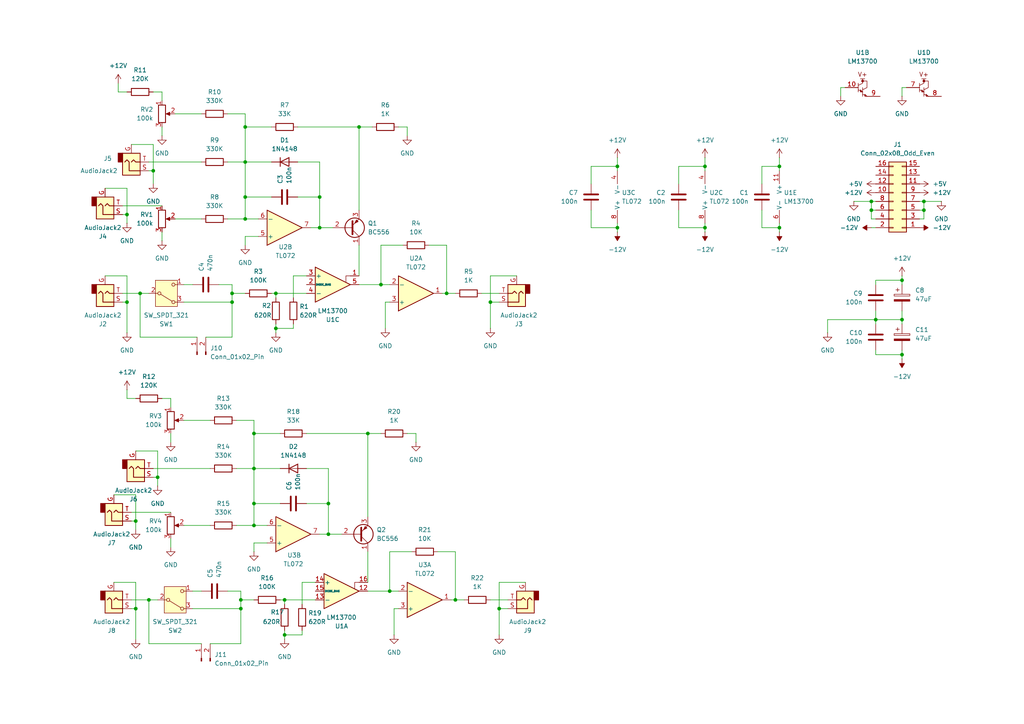
<source format=kicad_sch>
(kicad_sch (version 20250114) (generator "eeschema") (generator_version "9.0")
  (paper "A4")
  (junction (at 113.03 171.45))
  (junction (at 82.55 173.99))
  (junction (at 40.64 85.09))
  (junction (at 80.01 95.25))
  (junction (at 73.66 135.89))
  (junction (at 261.62 102.87))
  (junction (at 95.25 146.05))
  (junction (at 73.66 152.4))
  (junction (at 92.71 57.15))
  (junction (at 267.97 60.96))
  (junction (at 254 92.71))
  (junction (at 252.73 58.42))
  (junction (at 73.66 146.05))
  (junction (at 104.14 36.83))
  (junction (at 261.62 92.71))
  (junction (at 73.66 125.73))
  (junction (at 261.62 81.28))
  (junction (at 71.12 36.83))
  (junction (at 67.31 85.09))
  (junction (at 179.07 66.04))
  (junction (at 132.08 173.99))
  (junction (at 71.12 46.99))
  (junction (at 45.72 138.43))
  (junction (at 252.73 60.96))
  (junction (at 179.07 48.26))
  (junction (at 129.54 85.09))
  (junction (at 204.47 48.26))
  (junction (at 204.47 66.04))
  (junction (at 44.45 49.53))
  (junction (at 106.68 125.73))
  (junction (at 110.49 82.55))
  (junction (at 226.06 48.26))
  (junction (at 67.31 87.63))
  (junction (at 92.71 66.04))
  (junction (at 142.24 87.63))
  (junction (at 226.06 66.04))
  (junction (at 69.85 173.99))
  (junction (at 39.37 176.53))
  (junction (at 267.97 58.42))
  (junction (at 69.85 176.53))
  (junction (at 82.55 184.15))
  (junction (at 36.83 87.63))
  (junction (at 43.18 173.99))
  (junction (at 144.78 176.53))
  (junction (at 95.25 154.94))
  (junction (at 36.83 62.23))
  (junction (at 80.01 85.09))
  (junction (at 71.12 63.5))
  (junction (at 71.12 57.15))
  (junction (at 39.37 151.13))
  (wire (pts (xy 36.83 113.03) (xy 36.83 115.57)))
  (wire (pts (xy 196.85 60.96) (xy 196.85 66.04)))
  (wire (pts (xy 88.9 80.01) (xy 85.09 80.01)))
  (wire (pts (xy 53.34 152.4) (xy 60.96 152.4)))
  (wire (pts (xy 92.71 154.94) (xy 95.25 154.94)))
  (wire (pts (xy 261.62 101.6) (xy 261.62 102.87)))
  (wire (pts (xy 266.7 63.5) (xy 267.97 63.5)))
  (wire (pts (xy 36.83 115.57) (xy 39.37 115.57)))
  (wire (pts (xy 226.06 67.31) (xy 226.06 66.04)))
  (wire (pts (xy 261.62 102.87) (xy 261.62 104.14)))
  (wire (pts (xy 240.03 92.71) (xy 254 92.71)))
  (wire (pts (xy 74.93 68.58) (xy 71.12 68.58)))
  (wire (pts (xy 68.58 121.92) (xy 73.66 121.92)))
  (wire (pts (xy 46.99 26.67) (xy 46.99 29.21)))
  (wire (pts (xy 252.73 60.96) (xy 252.73 63.5)))
  (wire (pts (xy 67.31 85.09) (xy 71.12 85.09)))
  (wire (pts (xy 142.24 87.63) (xy 142.24 95.25)))
  (wire (pts (xy 85.09 80.01) (xy 85.09 86.36)))
  (wire (pts (xy 80.01 95.25) (xy 80.01 93.98)))
  (wire (pts (xy 114.3 176.53) (xy 114.3 184.15)))
  (wire (pts (xy 204.47 64.77) (xy 204.47 66.04)))
  (wire (pts (xy 129.54 71.12) (xy 129.54 85.09)))
  (wire (pts (xy 55.88 176.53) (xy 69.85 176.53)))
  (wire (pts (xy 139.7 85.09) (xy 144.78 85.09)))
  (wire (pts (xy 171.45 66.04) (xy 179.07 66.04)))
  (wire (pts (xy 118.11 39.37) (xy 118.11 36.83)))
  (wire (pts (xy 267.97 63.5) (xy 267.97 60.96)))
  (wire (pts (xy 39.37 130.81) (xy 45.72 130.81)))
  (wire (pts (xy 247.65 58.42) (xy 252.73 58.42)))
  (wire (pts (xy 69.85 173.99) (xy 73.66 173.99)))
  (wire (pts (xy 73.66 121.92) (xy 73.66 125.73)))
  (wire (pts (xy 36.83 87.63) (xy 35.56 87.63)))
  (wire (pts (xy 254 58.42) (xy 252.73 58.42)))
  (wire (pts (xy 144.78 176.53) (xy 144.78 184.15)))
  (wire (pts (xy 120.65 128.27) (xy 120.65 125.73)))
  (wire (pts (xy 71.12 63.5) (xy 71.12 57.15)))
  (wire (pts (xy 220.98 66.04) (xy 226.06 66.04)))
  (wire (pts (xy 69.85 171.45) (xy 69.85 173.99)))
  (wire (pts (xy 262.89 25.4) (xy 261.62 25.4)))
  (wire (pts (xy 60.96 186.69) (xy 69.85 186.69)))
  (wire (pts (xy 69.85 186.69) (xy 69.85 176.53)))
  (wire (pts (xy 86.36 46.99) (xy 92.71 46.99)))
  (wire (pts (xy 81.28 125.73) (xy 73.66 125.73)))
  (wire (pts (xy 106.68 168.91) (xy 106.68 160.02)))
  (wire (pts (xy 34.29 26.67) (xy 36.83 26.67)))
  (wire (pts (xy 85.09 95.25) (xy 80.01 95.25)))
  (wire (pts (xy 39.37 185.42) (xy 39.37 176.53)))
  (wire (pts (xy 80.01 95.25) (xy 80.01 96.52)))
  (wire (pts (xy 88.9 135.89) (xy 95.25 135.89)))
  (wire (pts (xy 91.44 173.99) (xy 82.55 173.99)))
  (wire (pts (xy 87.63 182.88) (xy 87.63 184.15)))
  (wire (pts (xy 220.98 53.34) (xy 220.98 48.26)))
  (wire (pts (xy 39.37 143.51) (xy 39.37 151.13)))
  (wire (pts (xy 245.11 25.4) (xy 243.84 25.4)))
  (wire (pts (xy 196.85 48.26) (xy 204.47 48.26)))
  (wire (pts (xy 30.48 80.01) (xy 36.83 80.01)))
  (wire (pts (xy 171.45 48.26) (xy 179.07 48.26)))
  (wire (pts (xy 67.31 82.55) (xy 67.31 85.09)))
  (wire (pts (xy 44.45 138.43) (xy 45.72 138.43)))
  (wire (pts (xy 243.84 25.4) (xy 243.84 27.94)))
  (wire (pts (xy 36.83 80.01) (xy 36.83 87.63)))
  (wire (pts (xy 179.07 66.04) (xy 179.07 67.31)))
  (wire (pts (xy 88.9 146.05) (xy 95.25 146.05)))
  (wire (pts (xy 111.76 87.63) (xy 111.76 95.25)))
  (wire (pts (xy 40.64 97.79) (xy 40.64 85.09)))
  (wire (pts (xy 35.56 59.69) (xy 46.99 59.69)))
  (wire (pts (xy 104.14 36.83) (xy 107.95 36.83)))
  (wire (pts (xy 110.49 71.12) (xy 110.49 82.55)))
  (wire (pts (xy 115.57 176.53) (xy 114.3 176.53)))
  (wire (pts (xy 147.32 176.53) (xy 144.78 176.53)))
  (wire (pts (xy 43.18 46.99) (xy 58.42 46.99)))
  (wire (pts (xy 90.17 66.04) (xy 92.71 66.04)))
  (wire (pts (xy 33.02 168.91) (xy 39.37 168.91)))
  (wire (pts (xy 204.47 48.26) (xy 204.47 49.53)))
  (wire (pts (xy 144.78 87.63) (xy 142.24 87.63)))
  (wire (pts (xy 77.47 157.48) (xy 73.66 157.48)))
  (wire (pts (xy 33.02 143.51) (xy 39.37 143.51)))
  (wire (pts (xy 110.49 82.55) (xy 113.03 82.55)))
  (wire (pts (xy 73.66 152.4) (xy 73.66 146.05)))
  (wire (pts (xy 39.37 168.91) (xy 39.37 176.53)))
  (wire (pts (xy 261.62 81.28) (xy 254 81.28)))
  (wire (pts (xy 113.03 171.45) (xy 115.57 171.45)))
  (wire (pts (xy 53.34 82.55) (xy 55.88 82.55)))
  (wire (pts (xy 71.12 33.02) (xy 71.12 36.83)))
  (wire (pts (xy 116.84 71.12) (xy 110.49 71.12)))
  (wire (pts (xy 113.03 87.63) (xy 111.76 87.63)))
  (wire (pts (xy 252.73 60.96) (xy 254 60.96)))
  (wire (pts (xy 46.99 36.83) (xy 46.99 39.37)))
  (wire (pts (xy 95.25 154.94) (xy 99.06 154.94)))
  (wire (pts (xy 67.31 87.63) (xy 67.31 85.09)))
  (wire (pts (xy 44.45 41.91) (xy 44.45 49.53)))
  (wire (pts (xy 73.66 135.89) (xy 81.28 135.89)))
  (wire (pts (xy 88.9 85.09) (xy 80.01 85.09)))
  (wire (pts (xy 118.11 36.83) (xy 115.57 36.83)))
  (wire (pts (xy 132.08 173.99) (xy 134.62 173.99)))
  (wire (pts (xy 152.4 168.91) (xy 144.78 168.91)))
  (wire (pts (xy 86.36 36.83) (xy 104.14 36.83)))
  (wire (pts (xy 71.12 36.83) (xy 71.12 46.99)))
  (wire (pts (xy 86.36 57.15) (xy 92.71 57.15)))
  (wire (pts (xy 40.64 85.09) (xy 43.18 85.09)))
  (wire (pts (xy 226.06 48.26) (xy 226.06 49.53)))
  (wire (pts (xy 267.97 60.96) (xy 267.97 58.42)))
  (wire (pts (xy 171.45 60.96) (xy 171.45 66.04)))
  (wire (pts (xy 87.63 184.15) (xy 82.55 184.15)))
  (wire (pts (xy 104.14 80.01) (xy 104.14 71.12)))
  (wire (pts (xy 49.53 156.21) (xy 49.53 158.75)))
  (wire (pts (xy 55.88 171.45) (xy 58.42 171.45)))
  (wire (pts (xy 59.69 97.79) (xy 67.31 97.79)))
  (wire (pts (xy 196.85 66.04) (xy 204.47 66.04)))
  (wire (pts (xy 63.5 82.55) (xy 67.31 82.55)))
  (wire (pts (xy 35.56 62.23) (xy 36.83 62.23)))
  (wire (pts (xy 88.9 125.73) (xy 106.68 125.73)))
  (wire (pts (xy 46.99 115.57) (xy 49.53 115.57)))
  (wire (pts (xy 267.97 58.42) (xy 273.05 58.42)))
  (wire (pts (xy 81.28 173.99) (xy 82.55 173.99)))
  (wire (pts (xy 30.48 54.61) (xy 36.83 54.61)))
  (wire (pts (xy 254 92.71) (xy 261.62 92.71)))
  (wire (pts (xy 38.1 148.59) (xy 49.53 148.59)))
  (wire (pts (xy 53.34 87.63) (xy 67.31 87.63)))
  (wire (pts (xy 106.68 125.73) (xy 106.68 149.86)))
  (wire (pts (xy 71.12 46.99) (xy 78.74 46.99)))
  (wire (pts (xy 73.66 135.89) (xy 73.66 146.05)))
  (wire (pts (xy 46.99 67.31) (xy 46.99 69.85)))
  (wire (pts (xy 36.83 96.52) (xy 36.83 87.63)))
  (wire (pts (xy 120.65 125.73) (xy 118.11 125.73)))
  (wire (pts (xy 80.01 85.09) (xy 80.01 86.36)))
  (wire (pts (xy 78.74 85.09) (xy 80.01 85.09)))
  (wire (pts (xy 142.24 173.99) (xy 147.32 173.99)))
  (wire (pts (xy 39.37 176.53) (xy 38.1 176.53)))
  (wire (pts (xy 69.85 176.53) (xy 69.85 173.99)))
  (wire (pts (xy 78.74 36.83) (xy 71.12 36.83)))
  (wire (pts (xy 204.47 45.72) (xy 204.47 48.26)))
  (wire (pts (xy 77.47 152.4) (xy 73.66 152.4)))
  (wire (pts (xy 87.63 168.91) (xy 87.63 175.26)))
  (wire (pts (xy 38.1 41.91) (xy 44.45 41.91)))
  (wire (pts (xy 254 101.6) (xy 254 102.87)))
  (wire (pts (xy 58.42 186.69) (xy 43.18 186.69)))
  (wire (pts (xy 43.18 173.99) (xy 45.72 173.99)))
  (wire (pts (xy 266.7 60.96) (xy 267.97 60.96)))
  (wire (pts (xy 85.09 93.98) (xy 85.09 95.25)))
  (wire (pts (xy 39.37 151.13) (xy 39.37 153.67)))
  (wire (pts (xy 66.04 171.45) (xy 69.85 171.45)))
  (wire (pts (xy 49.53 115.57) (xy 49.53 118.11)))
  (wire (pts (xy 179.07 48.26) (xy 179.07 49.53)))
  (wire (pts (xy 53.34 121.92) (xy 60.96 121.92)))
  (wire (pts (xy 66.04 46.99) (xy 71.12 46.99)))
  (wire (pts (xy 119.38 160.02) (xy 113.03 160.02)))
  (wire (pts (xy 252.73 66.04) (xy 254 66.04)))
  (wire (pts (xy 50.8 63.5) (xy 58.42 63.5)))
  (wire (pts (xy 261.62 92.71) (xy 261.62 93.98)))
  (wire (pts (xy 149.86 80.01) (xy 142.24 80.01)))
  (wire (pts (xy 49.53 125.73) (xy 49.53 128.27)))
  (wire (pts (xy 226.06 66.04) (xy 226.06 64.77)))
  (wire (pts (xy 50.8 33.02) (xy 58.42 33.02)))
  (wire (pts (xy 45.72 130.81) (xy 45.72 138.43)))
  (wire (pts (xy 92.71 57.15) (xy 92.71 66.04)))
  (wire (pts (xy 92.71 46.99) (xy 92.71 57.15)))
  (wire (pts (xy 254 102.87) (xy 261.62 102.87)))
  (wire (pts (xy 179.07 45.72) (xy 179.07 48.26)))
  (wire (pts (xy 132.08 160.02) (xy 132.08 173.99)))
  (wire (pts (xy 129.54 85.09) (xy 128.27 85.09)))
  (wire (pts (xy 35.56 85.09) (xy 40.64 85.09)))
  (wire (pts (xy 34.29 24.13) (xy 34.29 26.67)))
  (wire (pts (xy 171.45 53.34) (xy 171.45 48.26)))
  (wire (pts (xy 73.66 146.05) (xy 81.28 146.05)))
  (wire (pts (xy 124.46 71.12) (xy 129.54 71.12)))
  (wire (pts (xy 68.58 135.89) (xy 73.66 135.89)))
  (wire (pts (xy 67.31 97.79) (xy 67.31 87.63)))
  (wire (pts (xy 68.58 152.4) (xy 73.66 152.4)))
  (wire (pts (xy 254 81.28) (xy 254 82.55)))
  (wire (pts (xy 266.7 58.42) (xy 267.97 58.42)))
  (wire (pts (xy 92.71 66.04) (xy 96.52 66.04)))
  (wire (pts (xy 113.03 160.02) (xy 113.03 171.45)))
  (wire (pts (xy 240.03 96.52) (xy 240.03 92.71)))
  (wire (pts (xy 226.06 45.72) (xy 226.06 48.26)))
  (wire (pts (xy 44.45 26.67) (xy 46.99 26.67)))
  (wire (pts (xy 204.47 66.04) (xy 204.47 67.31)))
  (wire (pts (xy 254 90.17) (xy 254 92.71)))
  (wire (pts (xy 43.18 49.53) (xy 44.45 49.53)))
  (wire (pts (xy 261.62 90.17) (xy 261.62 92.71)))
  (wire (pts (xy 43.18 186.69) (xy 43.18 173.99)))
  (wire (pts (xy 144.78 168.91) (xy 144.78 176.53)))
  (wire (pts (xy 44.45 135.89) (xy 60.96 135.89)))
  (wire (pts (xy 142.24 80.01) (xy 142.24 87.63)))
  (wire (pts (xy 36.83 54.61) (xy 36.83 62.23)))
  (wire (pts (xy 38.1 151.13) (xy 39.37 151.13)))
  (wire (pts (xy 44.45 49.53) (xy 44.45 53.34)))
  (wire (pts (xy 220.98 60.96) (xy 220.98 66.04)))
  (wire (pts (xy 82.55 173.99) (xy 82.55 175.26)))
  (wire (pts (xy 252.73 63.5) (xy 254 63.5)))
  (wire (pts (xy 261.62 81.28) (xy 261.62 82.55)))
  (wire (pts (xy 252.73 58.42) (xy 252.73 60.96)))
  (wire (pts (xy 73.66 125.73) (xy 73.66 135.89)))
  (wire (pts (xy 106.68 171.45) (xy 113.03 171.45)))
  (wire (pts (xy 179.07 64.77) (xy 179.07 66.04)))
  (wire (pts (xy 106.68 125.73) (xy 110.49 125.73)))
  (wire (pts (xy 66.04 63.5) (xy 71.12 63.5)))
  (wire (pts (xy 73.66 157.48) (xy 73.66 160.02)))
  (wire (pts (xy 45.72 138.43) (xy 45.72 140.97)))
  (wire (pts (xy 220.98 48.26) (xy 226.06 48.26)))
  (wire (pts (xy 104.14 82.55) (xy 110.49 82.55)))
  (wire (pts (xy 82.55 184.15) (xy 82.55 182.88)))
  (wire (pts (xy 261.62 25.4) (xy 261.62 27.94)))
  (wire (pts (xy 129.54 85.09) (xy 132.08 85.09)))
  (wire (pts (xy 82.55 184.15) (xy 82.55 185.42)))
  (wire (pts (xy 254 92.71) (xy 254 93.98)))
  (wire (pts (xy 38.1 173.99) (xy 43.18 173.99)))
  (wire (pts (xy 95.25 146.05) (xy 95.25 154.94)))
  (wire (pts (xy 66.04 33.02) (xy 71.12 33.02)))
  (wire (pts (xy 261.62 80.01) (xy 261.62 81.28)))
  (wire (pts (xy 71.12 57.15) (xy 78.74 57.15)))
  (wire (pts (xy 127 160.02) (xy 132.08 160.02)))
  (wire (pts (xy 91.44 168.91) (xy 87.63 168.91)))
  (wire (pts (xy 104.14 36.83) (xy 104.14 60.96)))
  (wire (pts (xy 196.85 53.34) (xy 196.85 48.26)))
  (wire (pts (xy 71.12 68.58) (xy 71.12 71.12)))
  (wire (pts (xy 36.83 62.23) (xy 36.83 64.77)))
  (wire (pts (xy 71.12 46.99) (xy 71.12 57.15)))
  (wire (pts (xy 57.15 97.79) (xy 40.64 97.79)))
  (wire (pts (xy 132.08 173.99) (xy 130.81 173.99)))
  (wire (pts (xy 74.93 63.5) (xy 71.12 63.5)))
  (wire (pts (xy 95.25 135.89) (xy 95.25 146.05)))
  (symbol (lib_id "Device:C") (at 254 97.79 0) (mirror y) (unit 1)
    (property "Reference" "C10" (at 250.19 96.5199 0) (effects (justify left)))
    (property "Value" "100n" (at 250.19 99.0599 0) (effects (justify left)))
    (property "Footprint" "Capacitor_THT:C_Rect_L7.0mm_W2.0mm_P5.00mm" (effects (hide yes)))
    (property "Description" "Unpolarized capacitor" (effects (hide yes)))
  )
  (symbol (lib_id "Device:R") (at 77.47 173.99 90) (unit 1)
    (property "Reference" "R16" (at 77.47 167.64 90))
    (property "Value" "100K" (at 77.47 170.18 90))
    (property "Footprint" "linear_vintage_vca:R_Axial_DIN0207_L6.3mm_D2.5mm_P7.62mm_Horizontal" (effects (hide yes)))
    (property "Description" "Resistor" (effects (hide yes)))
  )
  (symbol (lib_id "Device:R_Potentiometer") (at 46.99 33.02 0) (unit 1)
    (property "Reference" "RV2" (at 44.45 31.7499 0) (effects (justify right)))
    (property "Value" "100k" (at 44.45 34.2899 0) (effects (justify right)))
    (property "Footprint" "linear_vintage_vca:Potentiometer_Alpha_RD901F-40-00D_Single_Vertical" (effects (hide yes)))
    (property "Description" "Potentiometer" (effects (hide yes)))
  )
  (symbol (lib_id "Connector_Audio:AudioJack2_Ground") (at 39.37 135.89 0) (mirror x) (unit 1)
    (property "Reference" "J6" (at 38.735 144.78 0))
    (property "Value" "AudioJack2" (at 38.735 142.24 0))
    (property "Footprint" "linear_vintage_vca:Jack_3.5mm_PJ-341-2_Vertical" (effects (hide yes)))
    (property "Description" "Audio Jack, 2 Poles (Mono / TS), Grounded Sleeve" (effects (hide yes)))
  )
  (symbol (lib_id "power:GND") (at 118.11 39.37 0) (unit 1)
    (property "Reference" "#PWR017" (effects (hide yes)))
    (property "Value" "GND" (at 118.11 44.45 0))
    (property "Description" "Power symbol creates a global label with name \"GND\" , ground" (effects (hide yes)))
  )
  (symbol (lib_id "Device:C") (at 62.23 171.45 90) (unit 1)
    (property "Reference" "C5" (at 60.9599 167.64 0) (effects (justify left)))
    (property "Value" "470n" (at 63.4999 167.64 0) (effects (justify left)))
    (property "Footprint" "Capacitor_THT:C_Rect_L7.0mm_W2.0mm_P5.00mm" (effects (hide yes)))
    (property "Description" "Unpolarized capacitor" (effects (hide yes)))
  )
  (symbol (lib_id "Connector_Audio:AudioJack2_Ground") (at 30.48 85.09 0) (mirror x) (unit 1)
    (property "Reference" "J2" (at 29.845 93.98 0))
    (property "Value" "AudioJack2" (at 29.845 91.44 0))
    (property "Footprint" "linear_vintage_vca:Jack_3.5mm_PJ-341-2_Vertical" (effects (hide yes)))
    (property "Description" "Audio Jack, 2 Poles (Mono / TS), Grounded Sleeve" (effects (hide yes)))
  )
  (symbol (lib_id "Device:R") (at 85.09 125.73 90) (unit 1)
    (property "Reference" "R18" (at 85.09 119.38 90))
    (property "Value" "33K" (at 85.09 121.92 90))
    (property "Footprint" "linear_vintage_vca:R_Axial_DIN0207_L6.3mm_D2.5mm_P7.62mm_Horizontal" (effects (hide yes)))
    (property "Description" "Resistor" (effects (hide yes)))
  )
  (symbol (lib_id "power:-12V") (at 226.06 67.31 180) (unit 1)
    (property "Reference" "#PWR010" (effects (hide yes)))
    (property "Value" "-12V" (at 226.06 72.39 0))
    (property "Description" "Power symbol creates a global label with name \"-12V\"" (effects (hide yes)))
  )
  (symbol (lib_id "Device:C") (at 220.98 57.15 0) (mirror y) (unit 1)
    (property "Reference" "C1" (at 217.17 55.8799 0) (effects (justify left)))
    (property "Value" "100n" (at 217.17 58.4199 0) (effects (justify left)))
    (property "Footprint" "Capacitor_THT:C_Rect_L7.0mm_W2.0mm_P5.00mm" (effects (hide yes)))
    (property "Description" "Unpolarized capacitor" (effects (hide yes)))
  )
  (symbol (lib_id "power:GND") (at 80.01 96.52 0) (unit 1)
    (property "Reference" "#PWR011" (effects (hide yes)))
    (property "Value" "GND" (at 80.01 101.6 0))
    (property "Description" "Power symbol creates a global label with name \"GND\" , ground" (effects (hide yes)))
  )
  (symbol (lib_id "Device:C") (at 254 86.36 0) (mirror y) (unit 1)
    (property "Reference" "C9" (at 250.19 85.0899 0) (effects (justify left)))
    (property "Value" "100n" (at 250.19 87.6299 0) (effects (justify left)))
    (property "Footprint" "Capacitor_THT:C_Rect_L7.0mm_W2.0mm_P5.00mm" (effects (hide yes)))
    (property "Description" "Unpolarized capacitor" (effects (hide yes)))
  )
  (symbol (lib_id "power:GND") (at 82.55 185.42 0) (unit 1)
    (property "Reference" "#PWR031" (effects (hide yes)))
    (property "Value" "GND" (at 82.55 190.5 0))
    (property "Description" "Power symbol creates a global label with name \"GND\" , ground" (effects (hide yes)))
  )
  (symbol (lib_id "Device:R") (at 85.09 90.17 0) (unit 1)
    (property "Reference" "R1" (at 86.868 88.9 0) (effects (justify left)))
    (property "Value" "620R" (at 86.868 91.44 0) (effects (justify left)))
    (property "Footprint" "linear_vintage_vca:R_Axial_DIN0207_L6.3mm_D2.5mm_P7.62mm_Horizontal" (effects (hide yes)))
    (property "Description" "Resistor" (effects (hide yes)))
  )
  (symbol (lib_id "power:GND") (at 39.37 185.42 0) (unit 1)
    (property "Reference" "#PWR027" (effects (hide yes)))
    (property "Value" "GND" (at 39.37 190.5 0))
    (property "Description" "Power symbol creates a global label with name \"GND\" , ground" (effects (hide yes)))
  )
  (symbol (lib_id "power:+12V") (at 204.47 45.72 0) (unit 1)
    (property "Reference" "#PWR013" (effects (hide yes)))
    (property "Value" "+12V" (at 204.47 40.64 0))
    (property "Description" "Power symbol creates a global label with name \"+12V\"" (effects (hide yes)))
  )
  (symbol (lib_id "Connector:Conn_01x02_Pin") (at 57.15 102.87 90) (unit 1)
    (property "Reference" "J10" (at 60.96 100.9649 90) (effects (justify right)))
    (property "Value" "Conn_01x02_Pin" (at 60.96 103.5049 90) (effects (justify right)))
    (property "Footprint" "Connector_PinHeader_2.54mm:PinHeader_2x01_P2.54mm_Vertical" (effects (hide yes)))
    (property "Description" "Generic connector, single row, 01x02, script generated" (effects (hide yes)))
  )
  (symbol (lib_id "Device:R") (at 62.23 46.99 90) (unit 1)
    (property "Reference" "R9" (at 62.23 40.64 90))
    (property "Value" "330K" (at 62.23 43.18 90))
    (property "Footprint" "linear_vintage_vca:R_Axial_DIN0207_L6.3mm_D2.5mm_P7.62mm_Horizontal" (effects (hide yes)))
    (property "Description" "Resistor" (effects (hide yes)))
  )
  (symbol (lib_id "Amplifier_Operational:LM13700") (at 252.73 25.4 0) (unit 2)
    (property "Reference" "U1" (at 250.19 15.24 0))
    (property "Value" "LM13700" (at 250.19 17.78 0))
    (property "Footprint" "Package_DIP:DIP-16_W7.62mm_Socket" (effects (hide yes)))
    (property "Datasheet" "http://www.ti.com/lit/ds/symlink/lm13700.pdf" (effects (hide yes)))
    (property "Description" "Dual Operational Transconductance Amplifiers with Linearizing Diodes and Buffers, DIP-16/SOIC-16" (effects (hide yes)))
  )
  (symbol (lib_id "power:+5V") (at 266.7 53.34 270) (unit 1)
    (property "Reference" "#PWR02" (effects (hide yes)))
    (property "Value" "+5V" (at 270.51 53.3399 90) (effects (justify left)))
    (property "Description" "Power symbol creates a global label with name \"+5V\"" (effects (hide yes)))
  )
  (symbol (lib_id "Device:R") (at 114.3 125.73 90) (unit 1)
    (property "Reference" "R20" (at 114.3 119.38 90))
    (property "Value" "1K" (at 114.3 121.92 90))
    (property "Footprint" "linear_vintage_vca:R_Axial_DIN0207_L6.3mm_D2.5mm_P7.62mm_Horizontal" (effects (hide yes)))
    (property "Description" "Resistor" (effects (hide yes)))
  )
  (symbol (lib_id "Device:R") (at 80.01 90.17 0) (unit 1)
    (property "Reference" "R2" (at 75.946 88.646 0) (effects (justify left)))
    (property "Value" "620R" (at 73.66 91.44 0) (effects (justify left)))
    (property "Footprint" "linear_vintage_vca:R_Axial_DIN0207_L6.3mm_D2.5mm_P7.62mm_Horizontal" (effects (hide yes)))
    (property "Description" "Resistor" (effects (hide yes)))
  )
  (symbol (lib_id "power:-12V") (at 261.62 104.14 180) (unit 1)
    (property "Reference" "#PWR037" (effects (hide yes)))
    (property "Value" "-12V" (at 261.62 109.22 0))
    (property "Description" "Power symbol creates a global label with name \"-12V\"" (effects (hide yes)))
  )
  (symbol (lib_id "power:GND") (at 46.99 69.85 0) (unit 1)
    (property "Reference" "#PWR019" (effects (hide yes)))
    (property "Value" "GND" (at 46.99 74.93 0))
    (property "Description" "Power symbol creates a global label with name \"GND\" , ground" (effects (hide yes)))
  )
  (symbol (lib_id "Device:R") (at 120.65 71.12 90) (unit 1)
    (property "Reference" "R4" (at 120.65 64.77 90))
    (property "Value" "10K" (at 120.65 67.31 90))
    (property "Footprint" "linear_vintage_vca:R_Axial_DIN0207_L6.3mm_D2.5mm_P7.62mm_Horizontal" (effects (hide yes)))
    (property "Description" "Resistor" (effects (hide yes)))
  )
  (symbol (lib_id "Connector:Conn_01x02_Pin") (at 58.42 191.77 90) (unit 1)
    (property "Reference" "J11" (at 62.23 189.8649 90) (effects (justify right)))
    (property "Value" "Conn_01x02_Pin" (at 62.23 192.4049 90) (effects (justify right)))
    (property "Footprint" "Connector_PinHeader_2.54mm:PinHeader_2x01_P2.54mm_Vertical" (effects (hide yes)))
    (property "Description" "Generic connector, single row, 01x02, script generated" (effects (hide yes)))
  )
  (symbol (lib_id "power:GND") (at 261.62 27.94 0) (unit 1)
    (property "Reference" "#PWR041" (effects (hide yes)))
    (property "Value" "GND" (at 261.62 33.02 0))
    (property "Description" "Power symbol creates a global label with name \"GND\" , ground" (effects (hide yes)))
  )
  (symbol (lib_id "Connector_Audio:AudioJack2_Ground") (at 33.02 148.59 0) (mirror x) (unit 1)
    (property "Reference" "J7" (at 32.385 157.48 0))
    (property "Value" "AudioJack2" (at 32.385 154.94 0))
    (property "Footprint" "linear_vintage_vca:Jack_3.5mm_PJ-341-2_Vertical" (effects (hide yes)))
    (property "Description" "Audio Jack, 2 Poles (Mono / TS), Grounded Sleeve" (effects (hide yes)))
  )
  (symbol (lib_id "power:GND") (at 39.37 153.67 0) (unit 1)
    (property "Reference" "#PWR026" (effects (hide yes)))
    (property "Value" "GND" (at 39.37 158.75 0))
    (property "Description" "Power symbol creates a global label with name \"GND\" , ground" (effects (hide yes)))
  )
  (symbol (lib_id "power:GND") (at 71.12 71.12 0) (unit 1)
    (property "Reference" "#PWR023" (effects (hide yes)))
    (property "Value" "GND" (at 71.12 76.2 0))
    (property "Description" "Power symbol creates a global label with name \"GND\" , ground" (effects (hide yes)))
  )
  (symbol (lib_id "power:GND") (at 240.03 96.52 0) (unit 1)
    (property "Reference" "#PWR039" (effects (hide yes)))
    (property "Value" "GND" (at 240.03 101.6 0))
    (property "Description" "Power symbol creates a global label with name \"GND\" , ground" (effects (hide yes)))
  )
  (symbol (lib_id "power:GND") (at 247.65 58.42 0) (unit 1)
    (property "Reference" "#PWR07" (effects (hide yes)))
    (property "Value" "GND" (at 247.65 63.5 0))
    (property "Description" "Power symbol creates a global label with name \"GND\" , ground" (effects (hide yes)))
  )
  (symbol (lib_id "Device:R") (at 138.43 173.99 90) (unit 1)
    (property "Reference" "R22" (at 138.43 167.64 90))
    (property "Value" "1K" (at 138.43 170.18 90))
    (property "Footprint" "linear_vintage_vca:R_Axial_DIN0207_L6.3mm_D2.5mm_P7.62mm_Horizontal" (effects (hide yes)))
    (property "Description" "Resistor" (effects (hide yes)))
  )
  (symbol (lib_id "Device:R") (at 62.23 63.5 90) (unit 1)
    (property "Reference" "R8" (at 62.23 57.15 90))
    (property "Value" "330K" (at 62.23 59.69 90))
    (property "Footprint" "linear_vintage_vca:R_Axial_DIN0207_L6.3mm_D2.5mm_P7.62mm_Horizontal" (effects (hide yes)))
    (property "Description" "Resistor" (effects (hide yes)))
  )
  (symbol (lib_id "Device:C") (at 59.69 82.55 90) (unit 1)
    (property "Reference" "C4" (at 58.4199 78.74 0) (effects (justify left)))
    (property "Value" "470n" (at 60.9599 78.74 0) (effects (justify left)))
    (property "Footprint" "Capacitor_THT:C_Rect_L7.0mm_W2.0mm_P5.00mm" (effects (hide yes)))
    (property "Description" "Unpolarized capacitor" (effects (hide yes)))
  )
  (symbol (lib_id "Device:C") (at 82.55 57.15 90) (unit 1)
    (property "Reference" "C3" (at 81.2799 53.34 0) (effects (justify left)))
    (property "Value" "100n" (at 83.8199 53.34 0) (effects (justify left)))
    (property "Footprint" "Capacitor_THT:C_Rect_L7.0mm_W2.0mm_P5.00mm" (effects (hide yes)))
    (property "Description" "Unpolarized capacitor" (effects (hide yes)))
  )
  (symbol (lib_id "Device:R_Potentiometer") (at 49.53 121.92 0) (unit 1)
    (property "Reference" "RV3" (at 46.99 120.6499 0) (effects (justify right)))
    (property "Value" "100k" (at 46.99 123.1899 0) (effects (justify right)))
    (property "Footprint" "linear_vintage_vca:Potentiometer_Alpha_RD901F-40-00D_Single_Vertical" (effects (hide yes)))
    (property "Description" "Potentiometer" (effects (hide yes)))
  )
  (symbol (lib_id "Device:R_Potentiometer") (at 49.53 152.4 0) (unit 1)
    (property "Reference" "RV4" (at 46.99 151.1299 0) (effects (justify right)))
    (property "Value" "100k" (at 46.99 153.6699 0) (effects (justify right)))
    (property "Footprint" "linear_vintage_vca:Potentiometer_Alpha_RD901F-40-00D_Single_Vertical" (effects (hide yes)))
    (property "Description" "Potentiometer" (effects (hide yes)))
  )
  (symbol (lib_id "power:+5V") (at 254 53.34 90) (unit 1)
    (property "Reference" "#PWR01" (effects (hide yes)))
    (property "Value" "+5V" (at 250.19 53.3399 90) (effects (justify left)))
    (property "Description" "Power symbol creates a global label with name \"+5V\"" (effects (hide yes)))
  )
  (symbol (lib_id "power:+12V") (at 36.83 113.03 0) (unit 1)
    (property "Reference" "#PWR024" (effects (hide yes)))
    (property "Value" "+12V" (at 36.83 107.95 0))
    (property "Description" "Power symbol creates a global label with name \"+12V\"" (effects (hide yes)))
  )
  (symbol (lib_id "Transistor_BJT:BC556") (at 101.6 66.04 0) (mirror x) (unit 1)
    (property "Reference" "Q1" (at 106.68 64.7699 0) (effects (justify left)))
    (property "Value" "BC556" (at 106.68 67.3099 0) (effects (justify left)))
    (property "Footprint" "Package_TO_SOT_THT:TO-92_Inline" (effects (hide yes)))
    (property "Datasheet" "https://www.onsemi.com/pub/Collateral/BC556BTA-D.pdf" (effects (hide yes)))
    (property "Description" "0.1A Ic, 65V Vce, PNP Small Signal Transistor, TO-92" (effects (hide yes)))
  )
  (symbol (lib_id "power:GND") (at 44.45 53.34 0) (unit 1)
    (property "Reference" "#PWR021" (effects (hide yes)))
    (property "Value" "GND" (at 44.45 58.42 0))
    (property "Description" "Power symbol creates a global label with name \"GND\" , ground" (effects (hide yes)))
  )
  (symbol (lib_id "power:GND") (at 114.3 184.15 0) (unit 1)
    (property "Reference" "#PWR033" (effects (hide yes)))
    (property "Value" "GND" (at 114.3 189.23 0))
    (property "Description" "Power symbol creates a global label with name \"GND\" , ground" (effects (hide yes)))
  )
  (symbol (lib_id "Device:R") (at 74.93 85.09 90) (unit 1)
    (property "Reference" "R3" (at 74.93 78.74 90))
    (property "Value" "100K" (at 74.93 81.28 90))
    (property "Footprint" "linear_vintage_vca:R_Axial_DIN0207_L6.3mm_D2.5mm_P7.62mm_Horizontal" (effects (hide yes)))
    (property "Description" "Resistor" (effects (hide yes)))
  )
  (symbol (lib_id "power:GND") (at 45.72 140.97 0) (unit 1)
    (property "Reference" "#PWR025" (effects (hide yes)))
    (property "Value" "GND" (at 45.72 146.05 0))
    (property "Description" "Power symbol creates a global label with name \"GND\" , ground" (effects (hide yes)))
  )
  (symbol (lib_id "Transistor_BJT:BC556") (at 104.14 154.94 0) (mirror x) (unit 1)
    (property "Reference" "Q2" (at 109.22 153.6699 0) (effects (justify left)))
    (property "Value" "BC556" (at 109.22 156.2099 0) (effects (justify left)))
    (property "Footprint" "Package_TO_SOT_THT:TO-92_Inline" (effects (hide yes)))
    (property "Datasheet" "https://www.onsemi.com/pub/Collateral/BC556BTA-D.pdf" (effects (hide yes)))
    (property "Description" "0.1A Ic, 65V Vce, PNP Small Signal Transistor, TO-92" (effects (hide yes)))
  )
  (symbol (lib_id "power:+12V") (at 179.07 45.72 0) (unit 1)
    (property "Reference" "#PWR035" (effects (hide yes)))
    (property "Value" "+12V" (at 179.07 40.64 0))
    (property "Description" "Power symbol creates a global label with name \"+12V\"" (effects (hide yes)))
  )
  (symbol (lib_id "Device:C_Polarized") (at 261.62 97.79 0) (unit 1)
    (property "Reference" "C11" (at 265.43 95.6309 0) (effects (justify left)))
    (property "Value" "47uF" (at 265.43 98.1709 0) (effects (justify left)))
    (property "Footprint" "Capacitor_THT:CP_Radial_D10.0mm_P2.50mm_P5.00mm" (effects (hide yes)))
    (property "Description" "Polarized capacitor" (effects (hide yes)))
  )
  (symbol (lib_id "Device:R") (at 64.77 135.89 90) (unit 1)
    (property "Reference" "R14" (at 64.77 129.54 90))
    (property "Value" "330K" (at 64.77 132.08 90))
    (property "Footprint" "linear_vintage_vca:R_Axial_DIN0207_L6.3mm_D2.5mm_P7.62mm_Horizontal" (effects (hide yes)))
    (property "Description" "Resistor" (effects (hide yes)))
  )
  (symbol (lib_id "Amplifier_Operational:TL072") (at 82.55 66.04 0) (mirror x) (unit 2)
    (property "Reference" "U2" (at 82.804 71.628 0))
    (property "Value" "TL072" (at 82.804 74.168 0))
    (property "Footprint" "Package_DIP:DIP-8_W7.62mm_Socket" (effects (hide yes)))
    (property "Datasheet" "http://www.ti.com/lit/ds/symlink/tl071.pdf" (effects (hide yes)))
    (property "Description" "Dual Low-Noise JFET-Input Operational Amplifiers, DIP-8/SOIC-8" (effects (hide yes)))
  )
  (symbol (lib_id "power:GND") (at 49.53 158.75 0) (unit 1)
    (property "Reference" "#PWR029" (effects (hide yes)))
    (property "Value" "GND" (at 49.53 163.83 0))
    (property "Description" "Power symbol creates a global label with name \"GND\" , ground" (effects (hide yes)))
  )
  (symbol (lib_id "Amplifier_Operational:LM13700") (at 270.51 25.4 0) (unit 4)
    (property "Reference" "U1" (at 267.97 15.24 0))
    (property "Value" "LM13700" (at 267.97 17.78 0))
    (property "Footprint" "Package_DIP:DIP-16_W7.62mm_Socket" (effects (hide yes)))
    (property "Datasheet" "http://www.ti.com/lit/ds/symlink/lm13700.pdf" (effects (hide yes)))
    (property "Description" "Dual Operational Transconductance Amplifiers with Linearizing Diodes and Buffers, DIP-16/SOIC-16" (effects (hide yes)))
  )
  (symbol (lib_id "power:GND") (at 36.83 96.52 0) (unit 1)
    (property "Reference" "#PWR012" (effects (hide yes)))
    (property "Value" "GND" (at 36.83 101.6 0))
    (property "Description" "Power symbol creates a global label with name \"GND\" , ground" (effects (hide yes)))
  )
  (symbol (lib_id "power:GND") (at 243.84 27.94 0) (unit 1)
    (property "Reference" "#PWR040" (effects (hide yes)))
    (property "Value" "GND" (at 243.84 33.02 0))
    (property "Description" "Power symbol creates a global label with name \"GND\" , ground" (effects (hide yes)))
  )
  (symbol (lib_id "Connector_Generic:Conn_02x08_Odd_Even") (at 261.62 58.42 180) (unit 1)
    (property "Reference" "J1" (at 260.35 41.91 0))
    (property "Value" "Conn_02x08_Odd_Even" (at 260.35 44.45 0))
    (property "Footprint" "Connector_IDC:IDC-Header_2x08_P2.54mm_Vertical" (effects (hide yes)))
    (property "Description" "Generic connector, double row, 02x08, odd/even pin numbering scheme (row 1 odd numbers, row 2 even numbers), script generated (kicad-library-utils/schlib/autogen/connector/)" (effects (hide yes)))
  )
  (symbol (lib_id "power:GND") (at 142.24 95.25 0) (unit 1)
    (property "Reference" "#PWR015" (effects (hide yes)))
    (property "Value" "GND" (at 142.24 100.33 0))
    (property "Description" "Power symbol creates a global label with name \"GND\" , ground" (effects (hide yes)))
  )
  (symbol (lib_id "power:GND") (at 120.65 128.27 0) (unit 1)
    (property "Reference" "#PWR032" (effects (hide yes)))
    (property "Value" "GND" (at 120.65 133.35 0))
    (property "Description" "Power symbol creates a global label with name \"GND\" , ground" (effects (hide yes)))
  )
  (symbol (lib_id "Device:R") (at 43.18 115.57 90) (unit 1)
    (property "Reference" "R12" (at 43.18 109.22 90))
    (property "Value" "120K" (at 43.18 111.76 90))
    (property "Footprint" "linear_vintage_vca:R_Axial_DIN0207_L6.3mm_D2.5mm_P7.62mm_Horizontal" (effects (hide yes)))
    (property "Description" "Resistor" (effects (hide yes)))
  )
  (symbol (lib_id "Amplifier_Operational:LM13700") (at 99.06 171.45 0) (mirror x) (unit 1)
    (property "Reference" "U1" (at 99.06 181.61 0))
    (property "Value" "LM13700" (at 99.06 179.07 0))
    (property "Footprint" "Package_DIP:DIP-16_W7.62mm_Socket" (effects (hide yes)))
    (property "Datasheet" "http://www.ti.com/lit/ds/symlink/lm13700.pdf" (effects (hide yes)))
    (property "Description" "Dual Operational Transconductance Amplifiers with Linearizing Diodes and Buffers, DIP-16/SOIC-16" (effects (hide yes)))
  )
  (symbol (lib_id "Device:R") (at 82.55 179.07 0) (unit 1)
    (property "Reference" "R17" (at 78.486 177.546 0) (effects (justify left)))
    (property "Value" "620R" (at 76.2 180.34 0) (effects (justify left)))
    (property "Footprint" "linear_vintage_vca:R_Axial_DIN0207_L6.3mm_D2.5mm_P7.62mm_Horizontal" (effects (hide yes)))
    (property "Description" "Resistor" (effects (hide yes)))
  )
  (symbol (lib_id "Device:C") (at 196.85 57.15 0) (mirror y) (unit 1)
    (property "Reference" "C2" (at 193.04 55.8799 0) (effects (justify left)))
    (property "Value" "100n" (at 193.04 58.4199 0) (effects (justify left)))
    (property "Footprint" "Capacitor_THT:C_Rect_L7.0mm_W2.0mm_P5.00mm" (effects (hide yes)))
    (property "Description" "Unpolarized capacitor" (effects (hide yes)))
  )
  (symbol (lib_id "Device:R") (at 82.55 36.83 90) (unit 1)
    (property "Reference" "R7" (at 82.55 30.48 90))
    (property "Value" "33K" (at 82.55 33.02 90))
    (property "Footprint" "linear_vintage_vca:R_Axial_DIN0207_L6.3mm_D2.5mm_P7.62mm_Horizontal" (effects (hide yes)))
    (property "Description" "Resistor" (effects (hide yes)))
  )
  (symbol (lib_id "Amplifier_Operational:TL072") (at 123.19 173.99 0) (mirror x) (unit 1)
    (property "Reference" "U3" (at 123.19 163.83 0))
    (property "Value" "TL072" (at 123.19 166.37 0))
    (property "Footprint" "Package_DIP:DIP-8_W7.62mm_Socket" (effects (hide yes)))
    (property "Datasheet" "http://www.ti.com/lit/ds/symlink/tl071.pdf" (effects (hide yes)))
    (property "Description" "Dual Low-Noise JFET-Input Operational Amplifiers, DIP-8/SOIC-8" (effects (hide yes)))
  )
  (symbol (lib_id "Amplifier_Operational:TL072") (at 120.65 85.09 0) (mirror x) (unit 1)
    (property "Reference" "U2" (at 120.65 74.93 0))
    (property "Value" "TL072" (at 120.65 77.47 0))
    (property "Footprint" "Package_DIP:DIP-8_W7.62mm_Socket" (effects (hide yes)))
    (property "Datasheet" "http://www.ti.com/lit/ds/symlink/tl071.pdf" (effects (hide yes)))
    (property "Description" "Dual Low-Noise JFET-Input Operational Amplifiers, DIP-8/SOIC-8" (effects (hide yes)))
  )
  (symbol (lib_id "power:-12V") (at 204.47 67.31 180) (unit 1)
    (property "Reference" "#PWR014" (effects (hide yes)))
    (property "Value" "-12V" (at 204.47 72.39 0))
    (property "Description" "Power symbol creates a global label with name \"-12V\"" (effects (hide yes)))
  )
  (symbol (lib_id "power:-12V") (at 266.7 66.04 270) (unit 1)
    (property "Reference" "#PWR06" (effects (hide yes)))
    (property "Value" "-12V" (at 270.51 66.0399 90) (effects (justify left)))
    (property "Description" "Power symbol creates a global label with name \"-12V\"" (effects (hide yes)))
  )
  (symbol (lib_id "Device:R_Potentiometer") (at 46.99 63.5 0) (unit 1)
    (property "Reference" "RV1" (at 44.45 62.2299 0) (effects (justify right)))
    (property "Value" "100k" (at 44.45 64.7699 0) (effects (justify right)))
    (property "Footprint" "linear_vintage_vca:Potentiometer_Alpha_RD901F-40-00D_Single_Vertical" (effects (hide yes)))
    (property "Description" "Potentiometer" (effects (hide yes)))
  )
  (symbol (lib_id "Device:R") (at 40.64 26.67 90) (unit 1)
    (property "Reference" "R11" (at 40.64 20.32 90))
    (property "Value" "120K" (at 40.64 22.86 90))
    (property "Footprint" "linear_vintage_vca:R_Axial_DIN0207_L6.3mm_D2.5mm_P7.62mm_Horizontal" (effects (hide yes)))
    (property "Description" "Resistor" (effects (hide yes)))
  )
  (symbol (lib_id "Device:R") (at 123.19 160.02 90) (unit 1)
    (property "Reference" "R21" (at 123.19 153.67 90))
    (property "Value" "10K" (at 123.19 156.21 90))
    (property "Footprint" "linear_vintage_vca:R_Axial_DIN0207_L6.3mm_D2.5mm_P7.62mm_Horizontal" (effects (hide yes)))
    (property "Description" "Resistor" (effects (hide yes)))
  )
  (symbol (lib_id "power:GND") (at 46.99 39.37 0) (unit 1)
    (property "Reference" "#PWR018" (effects (hide yes)))
    (property "Value" "GND" (at 46.99 44.45 0))
    (property "Description" "Power symbol creates a global label with name \"GND\" , ground" (effects (hide yes)))
  )
  (symbol (lib_id "Connector_Audio:AudioJack2_Ground") (at 38.1 46.99 0) (mirror x) (unit 1)
    (property "Reference" "J5" (at 31.242 45.974 0))
    (property "Value" "AudioJack2" (at 28.702 49.53 0))
    (property "Footprint" "linear_vintage_vca:Jack_3.5mm_PJ-341-2_Vertical" (effects (hide yes)))
    (property "Description" "Audio Jack, 2 Poles (Mono / TS), Grounded Sleeve" (effects (hide yes)))
  )
  (symbol (lib_id "Diode:1N4148") (at 85.09 135.89 0) (unit 1)
    (property "Reference" "D2" (at 85.09 129.54 0))
    (property "Value" "1N4148" (at 85.09 132.08 0))
    (property "Footprint" "Diode_THT:D_DO-35_SOD27_P7.62mm_Horizontal" (effects (hide yes)))
    (property "Datasheet" "https://assets.nexperia.com/documents/data-sheet/1N4148_1N4448.pdf" (effects (hide yes)))
    (property "Description" "100V 0.15A standard switching diode, DO-35" (effects (hide yes)))
    (property "Sim.Device" "D" (effects (hide yes)))
    (property "Sim.Pins" "1=K 2=A" (effects (hide yes)))
  )
  (symbol (lib_id "Amplifier_Operational:TL072") (at 85.09 154.94 0) (mirror x) (unit 2)
    (property "Reference" "U3" (at 85.344 161.036 0))
    (property "Value" "TL072" (at 85.09 163.576 0))
    (property "Footprint" "Package_DIP:DIP-8_W7.62mm_Socket" (effects (hide yes)))
    (property "Datasheet" "http://www.ti.com/lit/ds/symlink/tl071.pdf" (effects (hide yes)))
    (property "Description" "Dual Low-Noise JFET-Input Operational Amplifiers, DIP-8/SOIC-8" (effects (hide yes)))
  )
  (symbol (lib_id "Amplifier_Operational:TL072") (at 176.53 57.15 180) (unit 3)
    (property "Reference" "U3" (at 180.34 55.8799 0) (effects (justify right)))
    (property "Value" "TL072" (at 180.34 58.4199 0) (effects (justify right)))
    (property "Footprint" "Package_DIP:DIP-8_W7.62mm_Socket" (effects (hide yes)))
    (property "Datasheet" "http://www.ti.com/lit/ds/symlink/tl071.pdf" (effects (hide yes)))
    (property "Description" "Dual Low-Noise JFET-Input Operational Amplifiers, DIP-8/SOIC-8" (effects (hide yes)))
  )
  (symbol (lib_id "power:GND") (at 111.76 95.25 0) (unit 1)
    (property "Reference" "#PWR016" (effects (hide yes)))
    (property "Value" "GND" (at 111.76 100.33 0))
    (property "Description" "Power symbol creates a global label with name \"GND\" , ground" (effects (hide yes)))
  )
  (symbol (lib_id "power:+12V") (at 266.7 55.88 270) (unit 1)
    (property "Reference" "#PWR04" (effects (hide yes)))
    (property "Value" "+12V" (at 270.51 55.8799 90) (effects (justify left)))
    (property "Description" "Power symbol creates a global label with name \"+12V\"" (effects (hide yes)))
  )
  (symbol (lib_id "power:-12V") (at 179.07 67.31 180) (unit 1)
    (property "Reference" "#PWR036" (effects (hide yes)))
    (property "Value" "-12V" (at 179.07 72.39 0))
    (property "Description" "Power symbol creates a global label with name \"-12V\"" (effects (hide yes)))
  )
  (symbol (lib_id "power:+12V") (at 226.06 45.72 0) (unit 1)
    (property "Reference" "#PWR09" (effects (hide yes)))
    (property "Value" "+12V" (at 226.06 40.64 0))
    (property "Description" "Power symbol creates a global label with name \"+12V\"" (effects (hide yes)))
  )
  (symbol (lib_id "power:+12V") (at 34.29 24.13 0) (unit 1)
    (property "Reference" "#PWR022" (effects (hide yes)))
    (property "Value" "+12V" (at 34.29 19.05 0))
    (property "Description" "Power symbol creates a global label with name \"+12V\"" (effects (hide yes)))
  )
  (symbol (lib_id "Device:R") (at 62.23 33.02 90) (unit 1)
    (property "Reference" "R10" (at 62.23 26.67 90))
    (property "Value" "330K" (at 62.23 29.21 90))
    (property "Footprint" "linear_vintage_vca:R_Axial_DIN0207_L6.3mm_D2.5mm_P7.62mm_Horizontal" (effects (hide yes)))
    (property "Description" "Resistor" (effects (hide yes)))
  )
  (symbol (lib_id "Device:R") (at 87.63 179.07 0) (unit 1)
    (property "Reference" "R19" (at 89.408 177.8 0) (effects (justify left)))
    (property "Value" "620R" (at 89.408 180.34 0) (effects (justify left)))
    (property "Footprint" "linear_vintage_vca:R_Axial_DIN0207_L6.3mm_D2.5mm_P7.62mm_Horizontal" (effects (hide yes)))
    (property "Description" "Resistor" (effects (hide yes)))
  )
  (symbol (lib_id "Device:R") (at 111.76 36.83 90) (unit 1)
    (property "Reference" "R6" (at 111.76 30.48 90))
    (property "Value" "1K" (at 111.76 33.02 90))
    (property "Footprint" "linear_vintage_vca:R_Axial_DIN0207_L6.3mm_D2.5mm_P7.62mm_Horizontal" (effects (hide yes)))
    (property "Description" "Resistor" (effects (hide yes)))
  )
  (symbol (lib_id "Amplifier_Operational:LM13700") (at 96.52 82.55 0) (mirror x) (unit 3)
    (property "Reference" "U1" (at 96.52 92.71 0))
    (property "Value" "LM13700" (at 96.52 90.17 0))
    (property "Footprint" "Package_DIP:DIP-16_W7.62mm_Socket" (effects (hide yes)))
    (property "Datasheet" "http://www.ti.com/lit/ds/symlink/lm13700.pdf" (effects (hide yes)))
    (property "Description" "Dual Operational Transconductance Amplifiers with Linearizing Diodes and Buffers, DIP-16/SOIC-16" (effects (hide yes)))
  )
  (symbol (lib_id "Device:C_Polarized") (at 261.62 86.36 0) (unit 1)
    (property "Reference" "C8" (at 265.43 84.2009 0) (effects (justify left)))
    (property "Value" "47uF" (at 265.43 86.7409 0) (effects (justify left)))
    (property "Footprint" "Capacitor_THT:CP_Radial_D10.0mm_P2.50mm_P5.00mm" (effects (hide yes)))
    (property "Description" "Polarized capacitor" (effects (hide yes)))
  )
  (symbol (lib_id "power:+12V") (at 261.62 80.01 0) (unit 1)
    (property "Reference" "#PWR038" (effects (hide yes)))
    (property "Value" "+12V" (at 261.62 74.93 0))
    (property "Description" "Power symbol creates a global label with name \"+12V\"" (effects (hide yes)))
  )
  (symbol (lib_id "power:+12V") (at 254 55.88 90) (unit 1)
    (property "Reference" "#PWR03" (effects (hide yes)))
    (property "Value" "+12V" (at 250.19 55.8799 90) (effects (justify left)))
    (property "Description" "Power symbol creates a global label with name \"+12V\"" (effects (hide yes)))
  )
  (symbol (lib_id "Switch:SW_SPDT_321") (at 50.8 173.99 0) (mirror x) (unit 1)
    (property "Reference" "SW2" (at 50.8 182.88 0))
    (property "Value" "SW_SPDT_321" (at 50.8 180.34 0))
    (property "Footprint" "linear_vintage_vca:SPDT_MS-500" (effects (hide yes)))
    (property "Description" "Switch, single pole double throw" (effects (hide yes)))
  )
  (symbol (lib_id "power:-12V") (at 252.73 66.04 90) (unit 1)
    (property "Reference" "#PWR05" (effects (hide yes)))
    (property "Value" "-12V" (at 248.92 66.0399 90) (effects (justify left)))
    (property "Description" "Power symbol creates a global label with name \"-12V\"" (effects (hide yes)))
  )
  (symbol (lib_id "Connector_Audio:AudioJack2_Ground") (at 149.86 85.09 180) (unit 1)
    (property "Reference" "J3" (at 150.495 93.98 0))
    (property "Value" "AudioJack2" (at 150.495 91.44 0))
    (property "Footprint" "linear_vintage_vca:Jack_3.5mm_PJ-341-2_Vertical" (effects (hide yes)))
    (property "Description" "Audio Jack, 2 Poles (Mono / TS), Grounded Sleeve" (effects (hide yes)))
  )
  (symbol (lib_id "Amplifier_Operational:TL072") (at 201.93 57.15 180) (unit 3)
    (property "Reference" "U2" (at 205.74 55.8799 0) (effects (justify right)))
    (property "Value" "TL072" (at 205.74 58.4199 0) (effects (justify right)))
    (property "Footprint" "Package_DIP:DIP-8_W7.62mm_Socket" (effects (hide yes)))
    (property "Datasheet" "http://www.ti.com/lit/ds/symlink/tl071.pdf" (effects (hide yes)))
    (property "Description" "Dual Low-Noise JFET-Input Operational Amplifiers, DIP-8/SOIC-8" (effects (hide yes)))
  )
  (symbol (lib_id "Device:R") (at 64.77 121.92 90) (unit 1)
    (property "Reference" "R13" (at 64.77 115.57 90))
    (property "Value" "330K" (at 64.77 118.11 90))
    (property "Footprint" "linear_vintage_vca:R_Axial_DIN0207_L6.3mm_D2.5mm_P7.62mm_Horizontal" (effects (hide yes)))
    (property "Description" "Resistor" (effects (hide yes)))
  )
  (symbol (lib_id "Device:R") (at 64.77 152.4 90) (unit 1)
    (property "Reference" "R15" (at 64.77 146.05 90))
    (property "Value" "330K" (at 64.77 148.59 90))
    (property "Footprint" "linear_vintage_vca:R_Axial_DIN0207_L6.3mm_D2.5mm_P7.62mm_Horizontal" (effects (hide yes)))
    (property "Description" "Resistor" (effects (hide yes)))
  )
  (symbol (lib_id "Connector_Audio:AudioJack2_Ground") (at 152.4 173.99 180) (unit 1)
    (property "Reference" "J9" (at 153.035 182.88 0))
    (property "Value" "AudioJack2" (at 153.035 180.34 0))
    (property "Footprint" "linear_vintage_vca:Jack_3.5mm_PJ-341-2_Vertical" (effects (hide yes)))
    (property "Description" "Audio Jack, 2 Poles (Mono / TS), Grounded Sleeve" (effects (hide yes)))
  )
  (symbol (lib_id "Connector_Audio:AudioJack2_Ground") (at 33.02 173.99 0) (mirror x) (unit 1)
    (property "Reference" "J8" (at 32.385 182.88 0))
    (property "Value" "AudioJack2" (at 32.385 180.34 0))
    (property "Footprint" "linear_vintage_vca:Jack_3.5mm_PJ-341-2_Vertical" (effects (hide yes)))
    (property "Description" "Audio Jack, 2 Poles (Mono / TS), Grounded Sleeve" (effects (hide yes)))
  )
  (symbol (lib_id "Connector_Audio:AudioJack2_Ground") (at 30.48 59.69 0) (mirror x) (unit 1)
    (property "Reference" "J4" (at 29.845 68.58 0))
    (property "Value" "AudioJack2" (at 29.845 66.04 0))
    (property "Footprint" "linear_vintage_vca:Jack_3.5mm_PJ-341-2_Vertical" (effects (hide yes)))
    (property "Description" "Audio Jack, 2 Poles (Mono / TS), Grounded Sleeve" (effects (hide yes)))
  )
  (symbol (lib_id "Amplifier_Operational:LM13700") (at 228.6 57.15 0) (unit 5)
    (property "Reference" "U1" (at 227.33 55.8799 0) (effects (justify left)))
    (property "Value" "LM13700" (at 227.33 58.4199 0) (effects (justify left)))
    (property "Footprint" "Package_DIP:DIP-16_W7.62mm_Socket" (effects (hide yes)))
    (property "Datasheet" "http://www.ti.com/lit/ds/symlink/lm13700.pdf" (effects (hide yes)))
    (property "Description" "Dual Operational Transconductance Amplifiers with Linearizing Diodes and Buffers, DIP-16/SOIC-16" (effects (hide yes)))
  )
  (symbol (lib_id "Device:R") (at 135.89 85.09 90) (unit 1)
    (property "Reference" "R5" (at 135.89 78.74 90))
    (property "Value" "1K" (at 135.89 81.28 90))
    (property "Footprint" "linear_vintage_vca:R_Axial_DIN0207_L6.3mm_D2.5mm_P7.62mm_Horizontal" (effects (hide yes)))
    (property "Description" "Resistor" (effects (hide yes)))
  )
  (symbol (lib_id "power:GND") (at 144.78 184.15 0) (unit 1)
    (property "Reference" "#PWR034" (effects (hide yes)))
    (property "Value" "GND" (at 144.78 189.23 0))
    (property "Description" "Power symbol creates a global label with name \"GND\" , ground" (effects (hide yes)))
  )
  (symbol (lib_id "Diode:1N4148") (at 82.55 46.99 0) (unit 1)
    (property "Reference" "D1" (at 82.55 40.64 0))
    (property "Value" "1N4148" (at 82.55 43.18 0))
    (property "Footprint" "Diode_THT:D_DO-35_SOD27_P7.62mm_Horizontal" (effects (hide yes)))
    (property "Datasheet" "https://assets.nexperia.com/documents/data-sheet/1N4148_1N4448.pdf" (effects (hide yes)))
    (property "Description" "100V 0.15A standard switching diode, DO-35" (effects (hide yes)))
    (property "Sim.Device" "D" (effects (hide yes)))
    (property "Sim.Pins" "1=K 2=A" (effects (hide yes)))
  )
  (symbol (lib_id "power:GND") (at 36.83 64.77 0) (unit 1)
    (property "Reference" "#PWR020" (effects (hide yes)))
    (property "Value" "GND" (at 36.83 69.85 0))
    (property "Description" "Power symbol creates a global label with name \"GND\" , ground" (effects (hide yes)))
  )
  (symbol (lib_id "Switch:SW_SPDT_321") (at 48.26 85.09 0) (mirror x) (unit 1)
    (property "Reference" "SW1" (at 48.26 93.98 0))
    (property "Value" "SW_SPDT_321" (at 48.26 91.44 0))
    (property "Footprint" "linear_vintage_vca:SPDT_MS-500" (effects (hide yes)))
    (property "Description" "Switch, single pole double throw" (effects (hide yes)))
  )
  (symbol (lib_id "power:GND") (at 49.53 128.27 0) (unit 1)
    (property "Reference" "#PWR028" (effects (hide yes)))
    (property "Value" "GND" (at 49.53 133.35 0))
    (property "Description" "Power symbol creates a global label with name \"GND\" , ground" (effects (hide yes)))
  )
  (symbol (lib_id "power:GND") (at 273.05 58.42 0) (unit 1)
    (property "Reference" "#PWR08" (effects (hide yes)))
    (property "Value" "GND" (at 273.05 63.5 0))
    (property "Description" "Power symbol creates a global label with name \"GND\" , ground" (effects (hide yes)))
  )
  (symbol (lib_id "Device:C") (at 171.45 57.15 0) (mirror y) (unit 1)
    (property "Reference" "C7" (at 167.64 55.8799 0) (effects (justify left)))
    (property "Value" "100n" (at 167.64 58.4199 0) (effects (justify left)))
    (property "Footprint" "Capacitor_THT:C_Rect_L7.0mm_W2.0mm_P5.00mm" (effects (hide yes)))
    (property "Description" "Unpolarized capacitor" (effects (hide yes)))
  )
  (symbol (lib_id "power:GND") (at 73.66 160.02 0) (unit 1)
    (property "Reference" "#PWR030" (effects (hide yes)))
    (property "Value" "GND" (at 73.66 165.1 0))
    (property "Description" "Power symbol creates a global label with name \"GND\" , ground" (effects (hide yes)))
  )
  (symbol (lib_id "Device:C") (at 85.09 146.05 90) (unit 1)
    (property "Reference" "C6" (at 83.8199 142.24 0) (effects (justify left)))
    (property "Value" "100n" (at 86.3599 142.24 0) (effects (justify left)))
    (property "Footprint" "Capacitor_THT:C_Rect_L7.0mm_W2.0mm_P5.00mm" (effects (hide yes)))
    (property "Description" "Unpolarized capacitor" (effects (hide yes)))
  )
)
</source>
